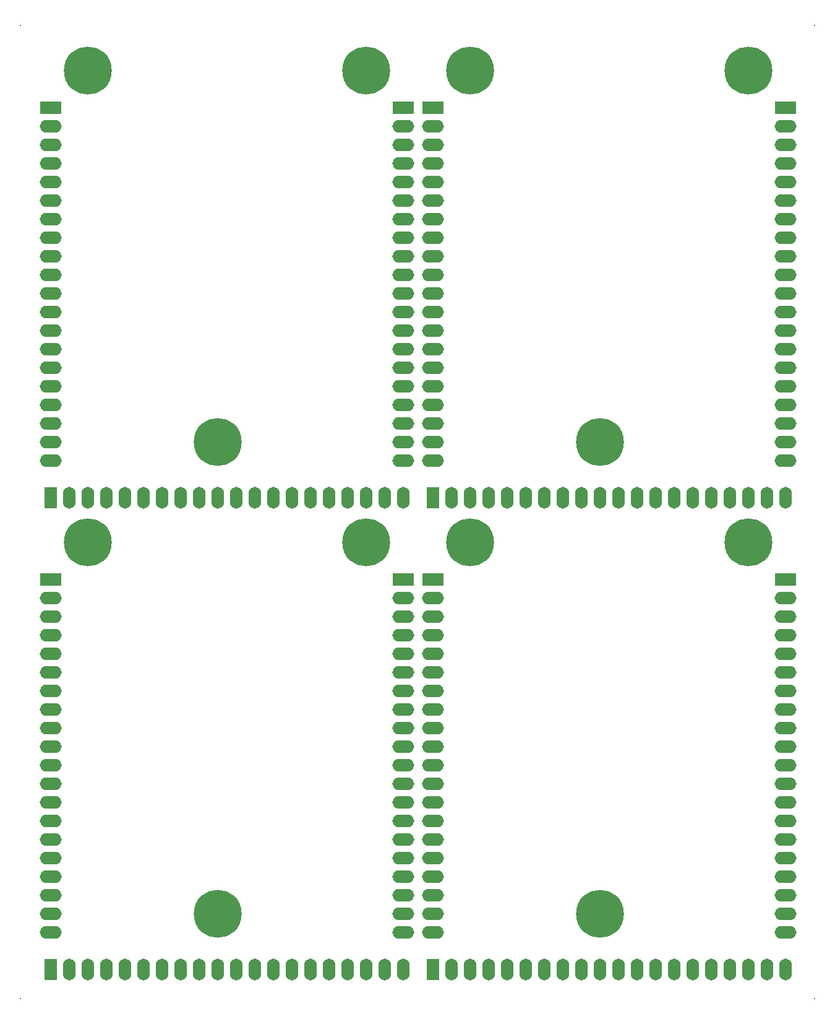
<source format=gbs>
G04*
G04 #@! TF.GenerationSoftware,Altium Limited,Altium Designer,19.1.5 (86)*
G04*
G04 Layer_Color=16711935*
%FSLAX25Y25*%
%MOIN*%
G70*
G01*
G75*
%ADD51C,0.00800*%
%ADD52C,0.25800*%
%ADD53R,0.11800X0.06800*%
%ADD54O,0.11800X0.06800*%
%ADD55R,0.06800X0.11800*%
%ADD56O,0.06800X0.11800*%
D51*
X-7874Y516374D02*
D03*
X-7874Y-7874D02*
D03*
X419874D02*
D03*
Y516374D02*
D03*
D52*
X98200Y38000D02*
D03*
X28200Y238000D02*
D03*
X178200D02*
D03*
X304200Y38000D02*
D03*
X234200Y238000D02*
D03*
X384200D02*
D03*
X98200Y292000D02*
D03*
X28200Y492000D02*
D03*
X178200D02*
D03*
X304200Y292000D02*
D03*
X234200Y492000D02*
D03*
X384200D02*
D03*
D53*
X8200Y218000D02*
D03*
X198200D02*
D03*
X214200D02*
D03*
X404200D02*
D03*
X8200Y472000D02*
D03*
X198200D02*
D03*
X214200D02*
D03*
X404200D02*
D03*
D54*
X8200Y208000D02*
D03*
Y198000D02*
D03*
Y188000D02*
D03*
Y178000D02*
D03*
Y168000D02*
D03*
Y158000D02*
D03*
Y148000D02*
D03*
Y138000D02*
D03*
Y128000D02*
D03*
Y118000D02*
D03*
Y108000D02*
D03*
Y98000D02*
D03*
Y88000D02*
D03*
Y78000D02*
D03*
Y68000D02*
D03*
Y58000D02*
D03*
Y48000D02*
D03*
Y38000D02*
D03*
Y28000D02*
D03*
X198200Y208000D02*
D03*
Y198000D02*
D03*
Y188000D02*
D03*
Y178000D02*
D03*
Y168000D02*
D03*
Y158000D02*
D03*
Y148000D02*
D03*
Y138000D02*
D03*
Y128000D02*
D03*
Y118000D02*
D03*
Y108000D02*
D03*
Y98000D02*
D03*
Y88000D02*
D03*
Y78000D02*
D03*
Y68000D02*
D03*
Y58000D02*
D03*
Y48000D02*
D03*
Y38000D02*
D03*
Y28000D02*
D03*
X214200Y208000D02*
D03*
Y198000D02*
D03*
Y188000D02*
D03*
Y178000D02*
D03*
Y168000D02*
D03*
Y158000D02*
D03*
Y148000D02*
D03*
Y138000D02*
D03*
Y128000D02*
D03*
Y118000D02*
D03*
Y108000D02*
D03*
Y98000D02*
D03*
Y88000D02*
D03*
Y78000D02*
D03*
Y68000D02*
D03*
Y58000D02*
D03*
Y48000D02*
D03*
Y38000D02*
D03*
Y28000D02*
D03*
X404200Y208000D02*
D03*
Y198000D02*
D03*
Y188000D02*
D03*
Y178000D02*
D03*
Y168000D02*
D03*
Y158000D02*
D03*
Y148000D02*
D03*
Y138000D02*
D03*
Y128000D02*
D03*
Y118000D02*
D03*
Y108000D02*
D03*
Y98000D02*
D03*
Y88000D02*
D03*
Y78000D02*
D03*
Y68000D02*
D03*
Y58000D02*
D03*
Y48000D02*
D03*
Y38000D02*
D03*
Y28000D02*
D03*
X8200Y462000D02*
D03*
Y452000D02*
D03*
Y442000D02*
D03*
Y432000D02*
D03*
Y422000D02*
D03*
Y412000D02*
D03*
Y402000D02*
D03*
Y392000D02*
D03*
Y382000D02*
D03*
Y372000D02*
D03*
Y362000D02*
D03*
Y352000D02*
D03*
Y342000D02*
D03*
Y332000D02*
D03*
Y322000D02*
D03*
Y312000D02*
D03*
Y302000D02*
D03*
Y292000D02*
D03*
Y282000D02*
D03*
X198200Y462000D02*
D03*
Y452000D02*
D03*
Y442000D02*
D03*
Y432000D02*
D03*
Y422000D02*
D03*
Y412000D02*
D03*
Y402000D02*
D03*
Y392000D02*
D03*
Y382000D02*
D03*
Y372000D02*
D03*
Y362000D02*
D03*
Y352000D02*
D03*
Y342000D02*
D03*
Y332000D02*
D03*
Y322000D02*
D03*
Y312000D02*
D03*
Y302000D02*
D03*
Y292000D02*
D03*
Y282000D02*
D03*
X214200Y462000D02*
D03*
Y452000D02*
D03*
Y442000D02*
D03*
Y432000D02*
D03*
Y422000D02*
D03*
Y412000D02*
D03*
Y402000D02*
D03*
Y392000D02*
D03*
Y382000D02*
D03*
Y372000D02*
D03*
Y362000D02*
D03*
Y352000D02*
D03*
Y342000D02*
D03*
Y332000D02*
D03*
Y322000D02*
D03*
Y312000D02*
D03*
Y302000D02*
D03*
Y292000D02*
D03*
Y282000D02*
D03*
X404200Y462000D02*
D03*
Y452000D02*
D03*
Y442000D02*
D03*
Y432000D02*
D03*
Y422000D02*
D03*
Y412000D02*
D03*
Y402000D02*
D03*
Y392000D02*
D03*
Y382000D02*
D03*
Y372000D02*
D03*
Y362000D02*
D03*
Y352000D02*
D03*
Y342000D02*
D03*
Y332000D02*
D03*
Y322000D02*
D03*
Y312000D02*
D03*
Y302000D02*
D03*
Y292000D02*
D03*
Y282000D02*
D03*
D55*
X8200Y8000D02*
D03*
X214200D02*
D03*
X8200Y262000D02*
D03*
X214200D02*
D03*
D56*
X18200Y8000D02*
D03*
X28200D02*
D03*
X38200D02*
D03*
X48200D02*
D03*
X58200D02*
D03*
X68200D02*
D03*
X78200D02*
D03*
X88200D02*
D03*
X98200D02*
D03*
X108200D02*
D03*
X118200D02*
D03*
X128200D02*
D03*
X138200D02*
D03*
X148200D02*
D03*
X158200D02*
D03*
X168200D02*
D03*
X178200D02*
D03*
X188200D02*
D03*
X198200D02*
D03*
X224200D02*
D03*
X234200D02*
D03*
X244200D02*
D03*
X254200D02*
D03*
X264200D02*
D03*
X274200D02*
D03*
X284200D02*
D03*
X294200D02*
D03*
X304200D02*
D03*
X314200D02*
D03*
X324200D02*
D03*
X334200D02*
D03*
X344200D02*
D03*
X354200D02*
D03*
X364200D02*
D03*
X374200D02*
D03*
X384200D02*
D03*
X394200D02*
D03*
X404200D02*
D03*
X18200Y262000D02*
D03*
X28200D02*
D03*
X38200D02*
D03*
X48200D02*
D03*
X58200D02*
D03*
X68200D02*
D03*
X78200D02*
D03*
X88200D02*
D03*
X98200D02*
D03*
X108200D02*
D03*
X118200D02*
D03*
X128200D02*
D03*
X138200D02*
D03*
X148200D02*
D03*
X158200D02*
D03*
X168200D02*
D03*
X178200D02*
D03*
X188200D02*
D03*
X198200D02*
D03*
X224200D02*
D03*
X234200D02*
D03*
X244200D02*
D03*
X254200D02*
D03*
X264200D02*
D03*
X274200D02*
D03*
X284200D02*
D03*
X294200D02*
D03*
X304200D02*
D03*
X314200D02*
D03*
X324200D02*
D03*
X334200D02*
D03*
X344200D02*
D03*
X354200D02*
D03*
X364200D02*
D03*
X374200D02*
D03*
X384200D02*
D03*
X394200D02*
D03*
X404200D02*
D03*
M02*

</source>
